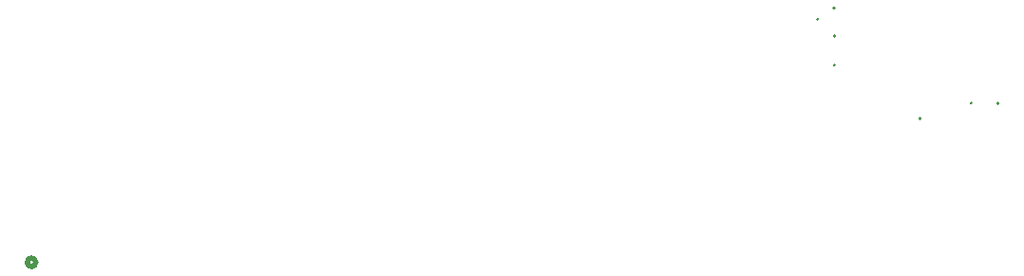
<source format=gbr>
%TF.GenerationSoftware,KiCad,Pcbnew,8.0.7*%
%TF.CreationDate,2025-02-10T22:10:37-06:00*%
%TF.ProjectId,Project63_BMS_DaughterBoard,50726f6a-6563-4743-9633-5f424d535f44,rev?*%
%TF.SameCoordinates,Original*%
%TF.FileFunction,Legend,Bot*%
%TF.FilePolarity,Positive*%
%FSLAX46Y46*%
G04 Gerber Fmt 4.6, Leading zero omitted, Abs format (unit mm)*
G04 Created by KiCad (PCBNEW 8.0.7) date 2025-02-10 22:10:37*
%MOMM*%
%LPD*%
G01*
G04 APERTURE LIST*
%ADD10C,0.508000*%
%ADD11C,0.152400*%
G04 APERTURE END LIST*
D10*
%TO.C,J401*%
X82098428Y-108644354D02*
G75*
G02*
X81336428Y-108644354I-381000J0D01*
G01*
X81336428Y-108644354D02*
G75*
G02*
X82098428Y-108644354I381000J0D01*
G01*
D11*
%TO.C,C325*%
X153342115Y-88455088D02*
G75*
G02*
X153189715Y-88455088I-76200J0D01*
G01*
X153189715Y-88455088D02*
G75*
G02*
X153342115Y-88455088I76200J0D01*
G01*
%TO.C,C303*%
X160979004Y-95829850D02*
G75*
G02*
X160826604Y-95829850I-76200J0D01*
G01*
X160826604Y-95829850D02*
G75*
G02*
X160979004Y-95829850I76200J0D01*
G01*
%TO.C,C308*%
X167939288Y-94454354D02*
G75*
G02*
X167786888Y-94454354I-76200J0D01*
G01*
X167786888Y-94454354D02*
G75*
G02*
X167939288Y-94454354I76200J0D01*
G01*
%TO.C,C324*%
X151842115Y-86955088D02*
G75*
G02*
X151689715Y-86955088I-76200J0D01*
G01*
X151689715Y-86955088D02*
G75*
G02*
X151842115Y-86955088I76200J0D01*
G01*
%TO.C,C306*%
X165522995Y-94455619D02*
G75*
G02*
X165370595Y-94455619I-76200J0D01*
G01*
X165370595Y-94455619D02*
G75*
G02*
X165522995Y-94455619I76200J0D01*
G01*
%TO.C,C301*%
X153342115Y-91052272D02*
G75*
G02*
X153189715Y-91052272I-76200J0D01*
G01*
X153189715Y-91052272D02*
G75*
G02*
X153342115Y-91052272I76200J0D01*
G01*
%TO.C,C323*%
X153342115Y-85955088D02*
G75*
G02*
X153189715Y-85955088I-76200J0D01*
G01*
X153189715Y-85955088D02*
G75*
G02*
X153342115Y-85955088I76200J0D01*
G01*
%TD*%
M02*

</source>
